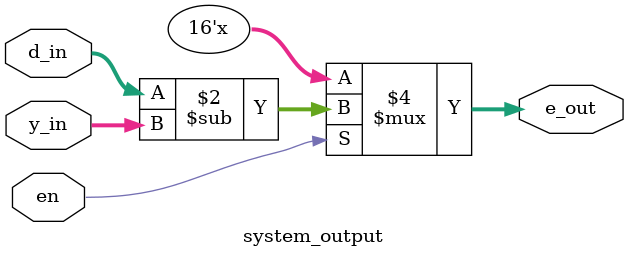
<source format=v>
module system_output (
    input [15:0] d_in,        // Desired signal
    input [15:0] y_in,        // Filtered output
    output reg [15:0] e_out,  // Error signal
    input en                  // Enable signal
);
    always @(*) begin
        if (en) begin
            e_out = d_in - y_in; // Error calculation
        end
    end
endmodule

</source>
